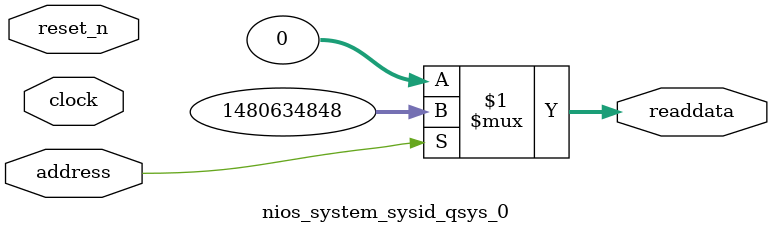
<source format=v>

`timescale 1ns / 1ps
// synthesis translate_on

// turn off superfluous verilog processor warnings 
// altera message_level Level1 
// altera message_off 10034 10035 10036 10037 10230 10240 10030 

module nios_system_sysid_qsys_0 (
               // inputs:
                address,
                clock,
                reset_n,

               // outputs:
                readdata
             )
;

  output  [ 31: 0] readdata;
  input            address;
  input            clock;
  input            reset_n;

  wire    [ 31: 0] readdata;
  //control_slave, which is an e_avalon_slave
  assign readdata = address ? 1480634848 : 0;

endmodule




</source>
